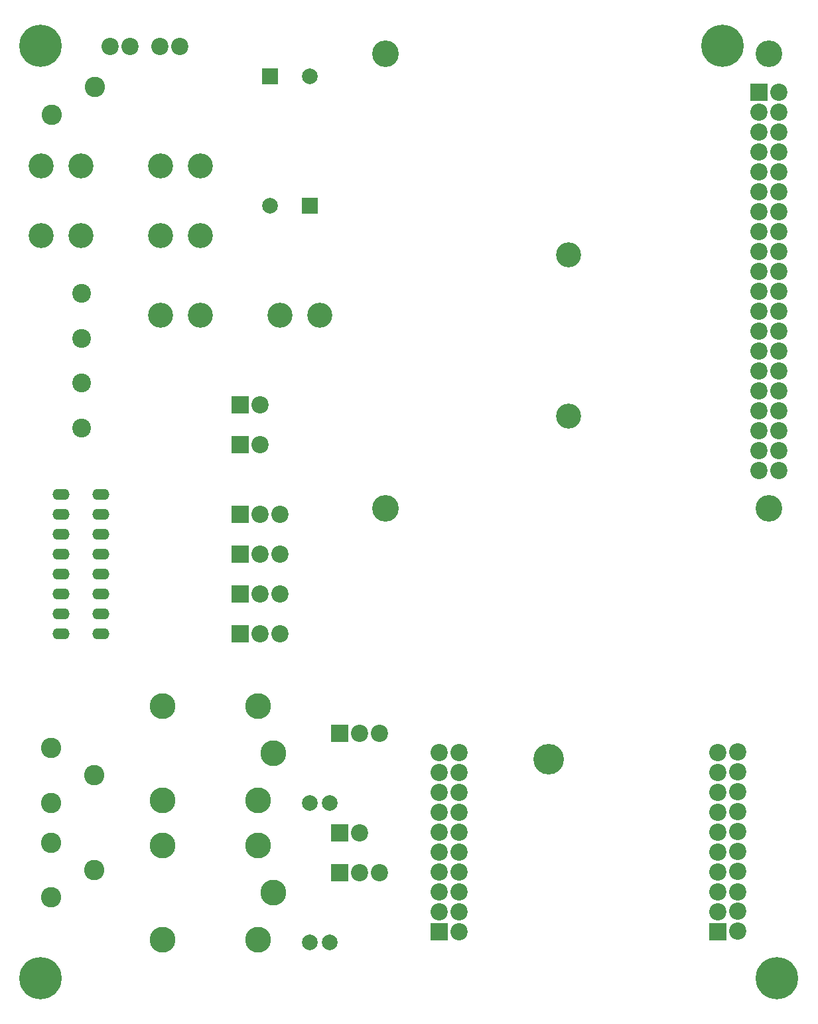
<source format=gbr>
G04 #@! TF.FileFunction,Soldermask,Top*
%FSLAX46Y46*%
G04 Gerber Fmt 4.6, Leading zero omitted, Abs format (unit mm)*
G04 Created by KiCad (PCBNEW no-vcs-found) date Sun Dec 11 09:55:06 2016*
%MOMM*%
%LPD*%
G01*
G04 APERTURE LIST*
%ADD10C,0.100000*%
%ADD11C,3.400000*%
%ADD12C,2.200000*%
%ADD13R,2.200000X2.200000*%
%ADD14C,3.200000*%
%ADD15C,3.900000*%
%ADD16C,2.600000*%
%ADD17C,3.300000*%
%ADD18C,2.000000*%
%ADD19C,2.400000*%
%ADD20O,2.200000X1.400000*%
%ADD21C,5.400000*%
%ADD22R,2.000000X2.000000*%
G04 APERTURE END LIST*
D10*
D11*
X191990000Y-36510000D03*
X191990000Y-94510000D03*
X142990000Y-36510000D03*
X142990000Y-94510000D03*
D12*
X193260000Y-89640000D03*
X190720000Y-89640000D03*
X193260000Y-87100000D03*
X190720000Y-87100000D03*
X193260000Y-84560000D03*
X190720000Y-84560000D03*
X193260000Y-82020000D03*
X190720000Y-82020000D03*
X193260000Y-79480000D03*
X190720000Y-79480000D03*
X193260000Y-76940000D03*
X190720000Y-76940000D03*
X193260000Y-74400000D03*
X190720000Y-74400000D03*
D13*
X190720000Y-41380000D03*
D12*
X193260000Y-41380000D03*
X190720000Y-43920000D03*
X193260000Y-43920000D03*
X190720000Y-46460000D03*
X193260000Y-46460000D03*
X190720000Y-49000000D03*
X193260000Y-49000000D03*
X190720000Y-51540000D03*
X193260000Y-51540000D03*
X190720000Y-54080000D03*
X193260000Y-54080000D03*
X190720000Y-56620000D03*
X193260000Y-56620000D03*
X190720000Y-59160000D03*
X193260000Y-59160000D03*
X190720000Y-61700000D03*
X193260000Y-61700000D03*
X190720000Y-64240000D03*
X193260000Y-64240000D03*
X190720000Y-66780000D03*
X193260000Y-66780000D03*
X190720000Y-69320000D03*
X193260000Y-69320000D03*
X190720000Y-71860000D03*
X193260000Y-71860000D03*
D14*
X166370000Y-82699860D03*
X166370000Y-62199520D03*
D12*
X152400000Y-125620000D03*
X149860000Y-125620000D03*
X152400000Y-128160000D03*
X149860000Y-128160000D03*
X152400000Y-130700000D03*
X149860000Y-130700000D03*
X152400000Y-133240000D03*
X149860000Y-133240000D03*
X152400000Y-135780000D03*
X149860000Y-135780000D03*
X152400000Y-138320000D03*
X149860000Y-138320000D03*
X152400000Y-140860000D03*
X149860000Y-140860000D03*
X152400000Y-143400000D03*
X149860000Y-143400000D03*
X152400000Y-145940000D03*
X149860000Y-145940000D03*
X152400000Y-148480000D03*
D13*
X149860000Y-148480000D03*
D12*
X187960000Y-125590000D03*
X185420000Y-125620000D03*
X187960000Y-128130000D03*
X185420000Y-128160000D03*
X187960000Y-130670000D03*
X185420000Y-130700000D03*
X187960000Y-133210000D03*
X185420000Y-133240000D03*
X187960000Y-135750000D03*
X185420000Y-135780000D03*
X187960000Y-138290000D03*
X185420000Y-138320000D03*
X187960000Y-140830000D03*
X185420000Y-140860000D03*
X187960000Y-143400000D03*
X185420000Y-143400000D03*
X187960000Y-145910000D03*
X185420000Y-145940000D03*
X187960000Y-148450000D03*
D13*
X185420000Y-148480000D03*
D15*
X163830000Y-126540000D03*
D16*
X105830000Y-140645000D03*
X100330000Y-137145000D03*
X100330000Y-144145000D03*
D17*
X126751080Y-119730520D03*
X114548920Y-119730520D03*
X114548920Y-131729480D03*
X126751080Y-131729480D03*
X128750060Y-125730000D03*
D18*
X135890000Y-132080000D03*
X133350000Y-132080000D03*
X133350000Y-149860000D03*
X135890000Y-149860000D03*
D14*
X119380000Y-59690000D03*
X114300000Y-59690000D03*
X104140000Y-59690000D03*
X99060000Y-59690000D03*
X99060000Y-50800000D03*
X104140000Y-50800000D03*
X114300000Y-50800000D03*
X119380000Y-50800000D03*
X114300000Y-69850000D03*
X119380000Y-69850000D03*
X129540000Y-69850000D03*
X134620000Y-69850000D03*
D16*
X100420000Y-44280000D03*
X105920000Y-40780000D03*
D19*
X104280200Y-67090000D03*
X104280200Y-72805000D03*
X104280200Y-78520000D03*
X104280200Y-84235000D03*
D16*
X100330000Y-132080000D03*
X100330000Y-125080000D03*
X105830000Y-128580000D03*
D20*
X101600000Y-107950000D03*
X101600000Y-110490000D03*
X101600000Y-105410000D03*
X101600000Y-102870000D03*
X101600000Y-100330000D03*
X101600000Y-97790000D03*
X106680000Y-110490000D03*
X106680000Y-107950000D03*
X106680000Y-105410000D03*
X106680000Y-102870000D03*
X106680000Y-100330000D03*
X106680000Y-97790000D03*
X101600000Y-92710000D03*
X101600000Y-95250000D03*
X106680000Y-92710000D03*
X106680000Y-95250000D03*
D13*
X124460000Y-81280000D03*
D12*
X127000000Y-81280000D03*
X127000000Y-86360000D03*
D13*
X124460000Y-86360000D03*
D12*
X139700000Y-135890000D03*
D13*
X137160000Y-135890000D03*
D17*
X128750060Y-143510000D03*
X126751080Y-149509480D03*
X114548920Y-149509480D03*
X114548920Y-137510520D03*
X126751080Y-137510520D03*
D12*
X116819680Y-35560000D03*
X114279680Y-35560000D03*
X107929680Y-35560000D03*
X110469680Y-35560000D03*
D13*
X137160000Y-123190000D03*
D12*
X139700000Y-123190000D03*
X142240000Y-123190000D03*
X142240000Y-140970000D03*
X139700000Y-140970000D03*
D13*
X137160000Y-140970000D03*
D12*
X129540000Y-110490000D03*
X127000000Y-110490000D03*
D13*
X124460000Y-110490000D03*
X124460000Y-105410000D03*
D12*
X127000000Y-105410000D03*
X129540000Y-105410000D03*
D13*
X124460000Y-100330000D03*
D12*
X127000000Y-100330000D03*
X129540000Y-100330000D03*
X129540000Y-95250000D03*
X127000000Y-95250000D03*
D13*
X124460000Y-95250000D03*
D21*
X99020000Y-35480000D03*
X99020000Y-154480000D03*
X186020000Y-35480000D03*
X193020000Y-154480000D03*
D22*
X128270000Y-39370000D03*
D18*
X133350000Y-39370000D03*
D22*
X133350000Y-55880000D03*
D18*
X128270000Y-55880000D03*
M02*

</source>
